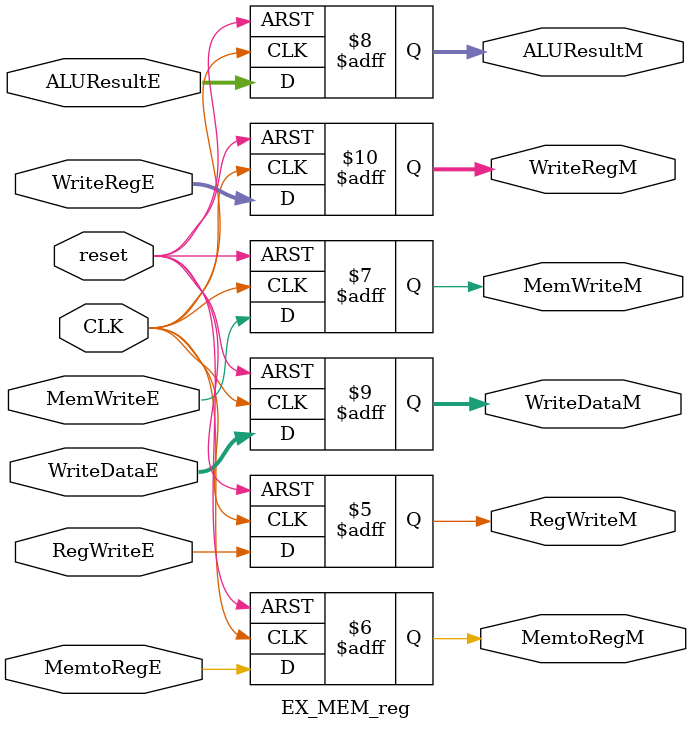
<source format=v>
module EX_MEM_reg (
    input   wire                CLK,
    input   wire                reset,
    
    input   wire    [31:0]      ALUResultE,
    input   wire    [31:0]      WriteDataE,
    input   wire    [ 4:0]      WriteRegE,
    
    
    input   wire                RegWriteE,
    input   wire                MemtoRegE,    
    input   wire                MemWriteE,
    
    output  reg     [31:0]      ALUResultM,
    output  reg     [31:0]      WriteDataM,
    output  reg     [ 4:0]      WriteRegM,
    
    output  reg                 RegWriteM,
    output  reg                 MemtoRegM,    
    output  reg                 MemWriteM
    
);

always @(posedge CLK, negedge reset ) begin
    if (!reset) begin
            {ALUResultM,WriteDataM,WriteRegM} <= 102'b0;
        end else begin
            {ALUResultM,WriteDataM,WriteRegM} <= {ALUResultE,WriteDataE,WriteRegE};
        end
end

always @(posedge CLK, negedge reset ) begin
    if (!reset) begin
            {RegWriteM,MemtoRegM,MemWriteM} <= 4'b0;
        end else begin
            {RegWriteM,MemtoRegM,MemWriteM} <= {RegWriteE,MemtoRegE,MemWriteE};
        end
end

endmodule
</source>
